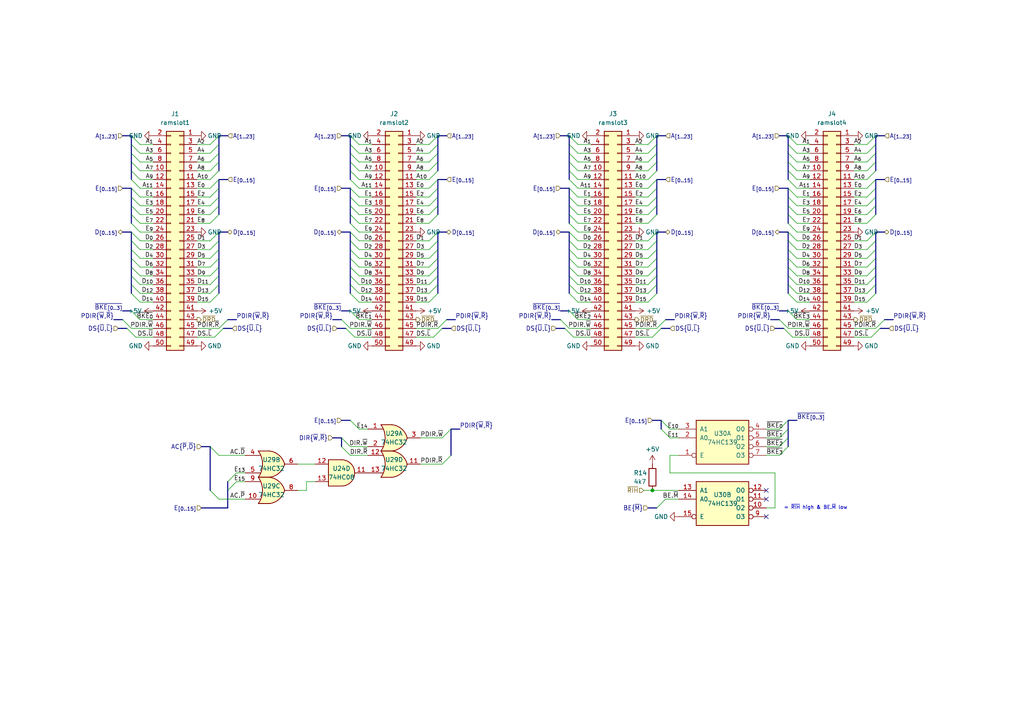
<source format=kicad_sch>
(kicad_sch (version 20250114) (generator "eeschema") (generator_version "9.0")
  (paper "A4")
  (text "= ~{RIH} high & BE.~{M} low" (at 227.33 147.32 0) (effects (font (size 1.016 1.016)) (justify left)))
  (junction (at 189.23 142.24))
  (no_connect (at 222.25 144.78))
  (no_connect (at 222.25 149.86))
  (no_connect (at 222.25 142.24))
  (bus_entry (at 60.96 59.69) (size 2.54 -2.54))
  (bus_entry (at 231.14 82.55) (size -2.54 -2.54))
  (bus_entry (at 251.46 64.77) (size 2.54 -2.54))
  (bus_entry (at 167.64 62.23) (size -2.54 -2.54))
  (bus_entry (at 104.14 92.71) (size -2.54 -2.54))
  (bus_entry (at 251.46 46.99) (size 2.54 -2.54))
  (bus_entry (at 167.64 80.01) (size -2.54 -2.54))
  (bus_entry (at 104.14 77.47) (size -2.54 -2.54))
  (bus_entry (at 231.14 72.39) (size -2.54 -2.54))
  (bus_entry (at 251.46 54.61) (size 2.54 -2.54))
  (bus_entry (at 255.27 95.25) (size -2.54 2.54))
  (bus_entry (at 128.27 134.62) (size 2.54 -2.54))
  (bus_entry (at 124.46 87.63) (size 2.54 -2.54))
  (bus_entry (at 40.64 52.07) (size -2.54 -2.54))
  (bus_entry (at 40.64 72.39) (size -2.54 -2.54))
  (bus_entry (at 40.64 82.55) (size -2.54 -2.54))
  (bus_entry (at 231.14 92.71) (size -2.54 -2.54))
  (bus_entry (at 167.64 87.63) (size -2.54 -2.54))
  (bus_entry (at 228.6 95.25) (size -2.54 -2.54))
  (bus_entry (at 60.96 41.91) (size 2.54 -2.54))
  (bus_entry (at 60.96 52.07) (size 2.54 -2.54))
  (bus_entry (at 64.77 95.25) (size -2.54 2.54))
  (bus_entry (at 104.14 74.93) (size -2.54 -2.54))
  (bus_entry (at 63.5 95.25) (size 2.54 -2.54))
  (bus_entry (at 231.14 77.47) (size -2.54 -2.54))
  (bus_entry (at 40.64 64.77) (size -2.54 -2.54))
  (bus_entry (at 187.96 44.45) (size 2.54 -2.54))
  (bus_entry (at 40.64 69.85) (size -2.54 -2.54))
  (bus_entry (at 231.14 74.93) (size -2.54 -2.54))
  (bus_entry (at 124.46 80.01) (size 2.54 -2.54))
  (bus_entry (at 104.14 62.23) (size -2.54 -2.54))
  (bus_entry (at 167.64 64.77) (size -2.54 -2.54))
  (bus_entry (at 187.96 62.23) (size 2.54 -2.54))
  (bus_entry (at 251.46 62.23) (size 2.54 -2.54))
  (bus_entry (at 187.96 85.09) (size 2.54 -2.54))
  (bus_entry (at 231.14 87.63) (size -2.54 -2.54))
  (bus_entry (at 40.64 87.63) (size -2.54 -2.54))
  (bus_entry (at 124.46 85.09) (size 2.54 -2.54))
  (bus_entry (at 104.14 67.31) (size -2.54 -2.54))
  (bus_entry (at 231.14 46.99) (size -2.54 -2.54))
  (bus_entry (at 40.64 57.15) (size -2.54 -2.54))
  (bus_entry (at 167.64 57.15) (size -2.54 -2.54))
  (bus_entry (at 40.64 74.93) (size -2.54 -2.54))
  (bus_entry (at 124.46 46.99) (size 2.54 -2.54))
  (bus_entry (at 167.64 72.39) (size -2.54 -2.54))
  (bus_entry (at 187.96 49.53) (size 2.54 -2.54))
  (bus_entry (at 128.27 127) (size 2.54 -2.54))
  (bus_entry (at 124.46 54.61) (size 2.54 -2.54))
  (bus_entry (at 40.64 44.45) (size -2.54 -2.54))
  (bus_entry (at 251.46 49.53) (size 2.54 -2.54))
  (bus_entry (at 167.64 77.47) (size -2.54 -2.54))
  (bus_entry (at 251.46 72.39) (size 2.54 -2.54))
  (bus_entry (at 124.46 57.15) (size 2.54 -2.54))
  (bus_entry (at 251.46 85.09) (size 2.54 -2.54))
  (bus_entry (at 167.64 49.53) (size -2.54 -2.54))
  (bus_entry (at 104.14 80.01) (size -2.54 -2.54))
  (bus_entry (at 104.14 57.15) (size -2.54 -2.54))
  (bus_entry (at 124.46 49.53) (size 2.54 -2.54))
  (bus_entry (at 60.96 77.47) (size 2.54 -2.54))
  (bus_entry (at 187.96 52.07) (size 2.54 -2.54))
  (bus_entry (at 104.14 52.07) (size -2.54 -2.54))
  (bus_entry (at 104.14 69.85) (size -2.54 -2.54))
  (bus_entry (at 231.14 54.61) (size -2.54 -2.54))
  (bus_entry (at 104.14 44.45) (size -2.54 -2.54))
  (bus_entry (at 227.33 95.25) (size 2.54 2.54))
  (bus_entry (at 101.6 95.25) (size -2.54 -2.54))
  (bus_entry (at 187.96 41.91) (size 2.54 -2.54))
  (bus_entry (at 60.96 64.77) (size 2.54 -2.54))
  (bus_entry (at 128.27 95.25) (size -2.54 2.54))
  (bus_entry (at 231.14 49.53) (size -2.54 -2.54))
  (bus_entry (at 100.33 95.25) (size 2.54 2.54))
  (bus_entry (at 187.96 77.47) (size 2.54 -2.54))
  (bus_entry (at 231.14 62.23) (size -2.54 -2.54))
  (bus_entry (at 231.14 80.01) (size -2.54 -2.54))
  (bus_entry (at 124.46 69.85) (size 2.54 -2.54))
  (bus_entry (at 167.64 46.99) (size -2.54 -2.54))
  (bus_entry (at 60.96 85.09) (size 2.54 -2.54))
  (bus_entry (at 187.96 69.85) (size 2.54 -2.54))
  (bus_entry (at 124.46 64.77) (size 2.54 -2.54))
  (bus_entry (at 104.14 82.55) (size -2.54 -2.54))
  (bus_entry (at 191.77 95.25) (size -2.54 2.54))
  (bus_entry (at 101.6 129.54) (size -2.54 -2.54))
  (bus_entry (at 251.46 44.45) (size 2.54 -2.54))
  (bus_entry (at 40.64 85.09) (size -2.54 -2.54))
  (bus_entry (at 60.96 87.63) (size 2.54 -2.54))
  (bus_entry (at 251.46 87.63) (size 2.54 -2.54))
  (bus_entry (at 60.96 57.15) (size 2.54 -2.54))
  (bus_entry (at 127 95.25) (size 2.54 -2.54))
  (bus_entry (at 104.14 64.77) (size -2.54 -2.54))
  (bus_entry (at 251.46 80.01) (size 2.54 -2.54))
  (bus_entry (at 104.14 85.09) (size -2.54 -2.54))
  (bus_entry (at 124.46 72.39) (size 2.54 -2.54))
  (bus_entry (at 167.64 59.69) (size -2.54 -2.54))
  (bus_entry (at 40.64 67.31) (size -2.54 -2.54))
  (bus_entry (at 187.96 82.55) (size 2.54 -2.54))
  (bus_entry (at 124.46 77.47) (size 2.54 -2.54))
  (bus_entry (at 231.14 57.15) (size -2.54 -2.54))
  (bus_entry (at 187.96 46.99) (size 2.54 -2.54))
  (bus_entry (at 124.46 62.23) (size 2.54 -2.54))
  (bus_entry (at 104.14 124.46) (size -2.54 -2.54))
  (bus_entry (at 124.46 44.45) (size 2.54 -2.54))
  (bus_entry (at 60.96 54.61) (size 2.54 -2.54))
  (bus_entry (at 40.64 41.91) (size -2.54 -2.54))
  (bus_entry (at 231.14 64.77) (size -2.54 -2.54))
  (bus_entry (at 167.64 44.45) (size -2.54 -2.54))
  (bus_entry (at 124.46 41.91) (size 2.54 -2.54))
  (bus_entry (at 251.46 69.85) (size 2.54 -2.54))
  (bus_entry (at 187.96 59.69) (size 2.54 -2.54))
  (bus_entry (at 231.14 85.09) (size -2.54 -2.54))
  (bus_entry (at 231.14 44.45) (size -2.54 -2.54))
  (bus_entry (at 60.96 46.99) (size 2.54 -2.54))
  (bus_entry (at 60.96 62.23) (size 2.54 -2.54))
  (bus_entry (at 124.46 52.07) (size 2.54 -2.54))
  (bus_entry (at 167.64 82.55) (size -2.54 -2.54))
  (bus_entry (at 190.5 95.25) (size 2.54 -2.54))
  (bus_entry (at 187.96 74.93) (size 2.54 -2.54))
  (bus_entry (at 231.14 41.91) (size -2.54 -2.54))
  (bus_entry (at 251.46 52.07) (size 2.54 -2.54))
  (bus_entry (at 40.64 49.53) (size -2.54 -2.54))
  (bus_entry (at 38.1 95.25) (size -2.54 -2.54))
  (bus_entry (at 40.64 92.71) (size -2.54 -2.54))
  (bus_entry (at 124.46 74.93) (size 2.54 -2.54))
  (bus_entry (at 226.06 124.46) (size 2.54 -2.54))
  (bus_entry (at 167.64 54.61) (size -2.54 -2.54))
  (bus_entry (at 251.46 41.91) (size 2.54 -2.54))
  (bus_entry (at 226.06 127) (size 2.54 -2.54))
  (bus_entry (at 104.14 49.53) (size -2.54 -2.54))
  (bus_entry (at 251.46 59.69) (size 2.54 -2.54))
  (bus_entry (at 167.64 67.31) (size -2.54 -2.54))
  (bus_entry (at 40.64 77.47) (size -2.54 -2.54))
  (bus_entry (at 194.31 124.46) (size -2.54 -2.54))
  (bus_entry (at 60.96 72.39) (size 2.54 -2.54))
  (bus_entry (at 36.83 95.25) (size 2.54 2.54))
  (bus_entry (at 165.1 95.25) (size -2.54 -2.54))
  (bus_entry (at 60.96 74.93) (size 2.54 -2.54))
  (bus_entry (at 226.06 129.54) (size 2.54 -2.54))
  (bus_entry (at 40.64 46.99) (size -2.54 -2.54))
  (bus_entry (at 63.5 144.78) (size -2.54 -2.54))
  (bus_entry (at 101.6 132.08) (size -2.54 -2.54))
  (bus_entry (at 251.46 77.47) (size 2.54 -2.54))
  (bus_entry (at 193.04 144.78) (size -2.54 2.54))
  (bus_entry (at 187.96 72.39) (size 2.54 -2.54))
  (bus_entry (at 63.5 132.08) (size -2.54 -2.54))
  (bus_entry (at 104.14 54.61) (size -2.54 -2.54))
  (bus_entry (at 124.46 59.69) (size 2.54 -2.54))
  (bus_entry (at 60.96 49.53) (size 2.54 -2.54))
  (bus_entry (at 104.14 41.91) (size -2.54 -2.54))
  (bus_entry (at 231.14 67.31) (size -2.54 -2.54))
  (bus_entry (at 124.46 82.55) (size 2.54 -2.54))
  (bus_entry (at 40.64 59.69) (size -2.54 -2.54))
  (bus_entry (at 231.14 69.85) (size -2.54 -2.54))
  (bus_entry (at 104.14 59.69) (size -2.54 -2.54))
  (bus_entry (at 40.64 62.23) (size -2.54 -2.54))
  (bus_entry (at 40.64 80.01) (size -2.54 -2.54))
  (bus_entry (at 251.46 57.15) (size 2.54 -2.54))
  (bus_entry (at 187.96 54.61) (size 2.54 -2.54))
  (bus_entry (at 194.31 127) (size -2.54 -2.54))
  (bus_entry (at 187.96 57.15) (size 2.54 -2.54))
  (bus_entry (at 231.14 59.69) (size -2.54 -2.54))
  (bus_entry (at 60.96 69.85) (size 2.54 -2.54))
  (bus_entry (at 60.96 82.55) (size 2.54 -2.54))
  (bus_entry (at 167.64 69.85) (size -2.54 -2.54))
  (bus_entry (at 167.64 92.71) (size -2.54 -2.54))
  (bus_entry (at 167.64 41.91) (size -2.54 -2.54))
  (bus_entry (at 104.14 46.99) (size -2.54 -2.54))
  (bus_entry (at 167.64 52.07) (size -2.54 -2.54))
  (bus_entry (at 254 95.25) (size 2.54 -2.54))
  (bus_entry (at 187.96 80.01) (size 2.54 -2.54))
  (bus_entry (at 167.64 85.09) (size -2.54 -2.54))
  (bus_entry (at 167.64 74.93) (size -2.54 -2.54))
  (bus_entry (at 226.06 132.08) (size 2.54 -2.54))
  (bus_entry (at 251.46 74.93) (size 2.54 -2.54))
  (bus_entry (at 187.96 87.63) (size 2.54 -2.54))
  (bus_entry (at 40.64 54.61) (size -2.54 -2.54))
  (bus_entry (at 163.83 95.25) (size 2.54 2.54))
  (bus_entry (at 68.58 137.16) (size -2.54 2.54))
  (bus_entry (at 251.46 82.55) (size 2.54 -2.54))
  (bus_entry (at 60.96 80.01) (size 2.54 -2.54))
  (bus_entry (at 104.14 72.39) (size -2.54 -2.54))
  (bus_entry (at 104.14 87.63) (size -2.54 -2.54))
  (bus_entry (at 187.96 64.77) (size 2.54 -2.54))
  (bus_entry (at 68.58 139.7) (size -2.54 2.54))
  (bus_entry (at 231.14 52.07) (size -2.54 -2.54))
  (bus_entry (at 60.96 44.45) (size 2.54 -2.54))
  (bus (pts (xy 130.81 124.46) (xy 130.81 132.08)))
  (wire (pts (xy 247.65 82.55) (xy 251.46 82.55)))
  (bus (pts (xy 96.52 127) (xy 99.06 127)))
  (bus (pts (xy 38.1 67.31) (xy 35.56 67.31)))
  (bus (pts (xy 38.1 44.45) (xy 38.1 46.99)))
  (wire (pts (xy 57.15 44.45) (xy 60.96 44.45)))
  (wire (pts (xy 107.95 92.71) (xy 104.14 92.71)))
  (bus (pts (xy 228.6 69.85) (xy 228.6 72.39)))
  (bus (pts (xy 165.1 44.45) (xy 165.1 46.99)))
  (wire (pts (xy 57.15 72.39) (xy 60.96 72.39)))
  (bus (pts (xy 224.79 95.25) (xy 227.33 95.25)))
  (wire (pts (xy 234.95 64.77) (xy 231.14 64.77)))
  (wire (pts (xy 44.45 82.55) (xy 40.64 82.55)))
  (wire (pts (xy 196.85 127) (xy 194.31 127)))
  (wire (pts (xy 234.95 87.63) (xy 231.14 87.63)))
  (wire (pts (xy 252.73 97.79) (xy 247.65 97.79)))
  (wire (pts (xy 57.15 59.69) (xy 60.96 59.69)))
  (wire (pts (xy 234.95 74.93) (xy 231.14 74.93)))
  (wire (pts (xy 107.95 87.63) (xy 104.14 87.63)))
  (bus (pts (xy 127 57.15) (xy 127 54.61)))
  (bus (pts (xy 165.1 62.23) (xy 165.1 64.77)))
  (bus (pts (xy 101.6 59.69) (xy 101.6 62.23)))
  (wire (pts (xy 88.9 142.24) (xy 88.9 139.7)))
  (bus (pts (xy 165.1 59.69) (xy 165.1 62.23)))
  (bus (pts (xy 254 41.91) (xy 254 39.37)))
  (wire (pts (xy 57.15 74.93) (xy 60.96 74.93)))
  (wire (pts (xy 171.45 82.55) (xy 167.64 82.55)))
  (bus (pts (xy 63.5 80.01) (xy 63.5 82.55)))
  (wire (pts (xy 171.45 41.91) (xy 167.64 41.91)))
  (wire (pts (xy 106.68 129.54) (xy 101.6 129.54)))
  (wire (pts (xy 247.65 46.99) (xy 251.46 46.99)))
  (bus (pts (xy 99.06 90.17) (xy 101.6 90.17)))
  (bus (pts (xy 194.31 95.25) (xy 191.77 95.25)))
  (wire (pts (xy 234.95 95.25) (xy 228.6 95.25)))
  (bus (pts (xy 190.5 54.61) (xy 190.5 52.07)))
  (wire (pts (xy 184.15 41.91) (xy 187.96 41.91)))
  (bus (pts (xy 190.5 41.91) (xy 190.5 39.37)))
  (bus (pts (xy 226.06 54.61) (xy 228.6 54.61)))
  (wire (pts (xy 44.45 49.53) (xy 40.64 49.53)))
  (bus (pts (xy 190.5 82.55) (xy 190.5 85.09)))
  (wire (pts (xy 222.25 132.08) (xy 226.06 132.08)))
  (bus (pts (xy 127 44.45) (xy 127 41.91)))
  (bus (pts (xy 259.08 92.71) (xy 256.54 92.71)))
  (bus (pts (xy 101.6 54.61) (xy 101.6 57.15)))
  (wire (pts (xy 234.95 69.85) (xy 231.14 69.85)))
  (wire (pts (xy 247.65 74.93) (xy 251.46 74.93)))
  (wire (pts (xy 107.95 85.09) (xy 104.14 85.09)))
  (wire (pts (xy 171.45 52.07) (xy 167.64 52.07)))
  (bus (pts (xy 190.5 59.69) (xy 190.5 57.15)))
  (wire (pts (xy 247.65 49.53) (xy 251.46 49.53)))
  (wire (pts (xy 184.15 64.77) (xy 187.96 64.77)))
  (wire (pts (xy 184.15 59.69) (xy 187.96 59.69)))
  (wire (pts (xy 57.15 95.25) (xy 63.5 95.25)))
  (bus (pts (xy 127 49.53) (xy 127 46.99)))
  (bus (pts (xy 254 82.55) (xy 254 85.09)))
  (bus (pts (xy 35.56 54.61) (xy 38.1 54.61)))
  (wire (pts (xy 44.45 52.07) (xy 40.64 52.07)))
  (wire (pts (xy 222.25 129.54) (xy 226.06 129.54)))
  (wire (pts (xy 120.65 85.09) (xy 124.46 85.09)))
  (wire (pts (xy 234.95 82.55) (xy 231.14 82.55)))
  (wire (pts (xy 247.65 59.69) (xy 251.46 59.69)))
  (bus (pts (xy 101.6 41.91) (xy 101.6 44.45)))
  (wire (pts (xy 44.45 69.85) (xy 40.64 69.85)))
  (bus (pts (xy 66.04 142.24) (xy 66.04 147.32)))
  (bus (pts (xy 38.1 80.01) (xy 38.1 82.55)))
  (bus (pts (xy 228.6 54.61) (xy 228.6 57.15)))
  (wire (pts (xy 120.65 57.15) (xy 124.46 57.15)))
  (wire (pts (xy 120.65 62.23) (xy 124.46 62.23)))
  (wire (pts (xy 184.15 82.55) (xy 187.96 82.55)))
  (bus (pts (xy 129.54 52.07) (xy 127 52.07)))
  (wire (pts (xy 86.36 142.24) (xy 88.9 142.24)))
  (wire (pts (xy 196.85 124.46) (xy 194.31 124.46)))
  (wire (pts (xy 184.15 49.53) (xy 187.96 49.53)))
  (bus (pts (xy 190.5 44.45) (xy 190.5 41.91)))
  (wire (pts (xy 57.15 80.01) (xy 60.96 80.01)))
  (wire (pts (xy 171.45 95.25) (xy 165.1 95.25)))
  (bus (pts (xy 254 49.53) (xy 254 46.99)))
  (wire (pts (xy 120.65 95.25) (xy 127 95.25)))
  (wire (pts (xy 44.45 59.69) (xy 40.64 59.69)))
  (bus (pts (xy 127 77.47) (xy 127 80.01)))
  (bus (pts (xy 101.6 57.15) (xy 101.6 59.69)))
  (wire (pts (xy 120.65 52.07) (xy 124.46 52.07)))
  (bus (pts (xy 160.02 92.71) (xy 162.56 92.71)))
  (bus (pts (xy 190.5 74.93) (xy 190.5 77.47)))
  (wire (pts (xy 57.15 85.09) (xy 60.96 85.09)))
  (bus (pts (xy 63.5 82.55) (xy 63.5 85.09)))
  (wire (pts (xy 166.37 97.79) (xy 171.45 97.79)))
  (bus (pts (xy 162.56 39.37) (xy 165.1 39.37)))
  (bus (pts (xy 254 57.15) (xy 254 54.61)))
  (bus (pts (xy 189.23 121.92) (xy 191.77 121.92)))
  (wire (pts (xy 171.45 74.93) (xy 167.64 74.93)))
  (bus (pts (xy 187.96 147.32) (xy 190.5 147.32)))
  (wire (pts (xy 120.65 54.61) (xy 124.46 54.61)))
  (bus (pts (xy 38.1 59.69) (xy 38.1 62.23)))
  (bus (pts (xy 127 80.01) (xy 127 82.55)))
  (bus (pts (xy 99.06 127) (xy 99.06 129.54)))
  (bus (pts (xy 228.6 49.53) (xy 228.6 52.07)))
  (bus (pts (xy 63.5 77.47) (xy 63.5 80.01)))
  (wire (pts (xy 57.15 77.47) (xy 60.96 77.47)))
  (bus (pts (xy 63.5 67.31) (xy 66.04 67.31)))
  (bus (pts (xy 99.06 39.37) (xy 101.6 39.37)))
  (wire (pts (xy 184.15 74.93) (xy 187.96 74.93)))
  (wire (pts (xy 71.12 144.78) (xy 63.5 144.78)))
  (wire (pts (xy 107.95 59.69) (xy 104.14 59.69)))
  (wire (pts (xy 229.87 97.79) (xy 234.95 97.79)))
  (wire (pts (xy 121.92 127) (xy 128.27 127)))
  (bus (pts (xy 60.96 142.24) (xy 60.96 129.54)))
  (wire (pts (xy 171.45 54.61) (xy 167.64 54.61)))
  (wire (pts (xy 44.45 80.01) (xy 40.64 80.01)))
  (bus (pts (xy 162.56 90.17) (xy 165.1 90.17)))
  (bus (pts (xy 101.6 49.53) (xy 101.6 52.07)))
  (bus (pts (xy 38.1 49.53) (xy 38.1 52.07)))
  (bus (pts (xy 101.6 67.31) (xy 99.06 67.31)))
  (wire (pts (xy 184.15 72.39) (xy 187.96 72.39)))
  (bus (pts (xy 101.6 46.99) (xy 101.6 49.53)))
  (wire (pts (xy 107.95 44.45) (xy 104.14 44.45)))
  (wire (pts (xy 57.15 57.15) (xy 60.96 57.15)))
  (wire (pts (xy 171.45 49.53) (xy 167.64 49.53)))
  (bus (pts (xy 101.6 41.91) (xy 101.6 39.37)))
  (wire (pts (xy 247.65 41.91) (xy 251.46 41.91)))
  (bus (pts (xy 34.29 95.25) (xy 36.83 95.25)))
  (bus (pts (xy 228.6 46.99) (xy 228.6 49.53)))
  (wire (pts (xy 171.45 44.45) (xy 167.64 44.45)))
  (wire (pts (xy 189.23 142.24) (xy 196.85 142.24)))
  (bus (pts (xy 127 62.23) (xy 127 59.69)))
  (wire (pts (xy 44.45 64.77) (xy 40.64 64.77)))
  (bus (pts (xy 165.1 67.31) (xy 165.1 69.85)))
  (wire (pts (xy 107.95 54.61) (xy 104.14 54.61)))
  (wire (pts (xy 88.9 139.7) (xy 91.44 139.7)))
  (bus (pts (xy 38.1 82.55) (xy 38.1 85.09)))
  (bus (pts (xy 38.1 69.85) (xy 38.1 72.39)))
  (wire (pts (xy 234.95 57.15) (xy 231.14 57.15)))
  (wire (pts (xy 107.95 74.93) (xy 104.14 74.93)))
  (bus (pts (xy 223.52 92.71) (xy 226.06 92.71)))
  (bus (pts (xy 190.5 69.85) (xy 190.5 72.39)))
  (wire (pts (xy 171.45 87.63) (xy 167.64 87.63)))
  (bus (pts (xy 63.5 67.31) (xy 63.5 69.85)))
  (bus (pts (xy 161.29 95.25) (xy 163.83 95.25)))
  (wire (pts (xy 120.65 59.69) (xy 124.46 59.69)))
  (wire (pts (xy 44.45 46.99) (xy 40.64 46.99)))
  (bus (pts (xy 63.5 39.37) (xy 66.04 39.37)))
  (wire (pts (xy 184.15 46.99) (xy 187.96 46.99)))
  (wire (pts (xy 222.25 124.46) (xy 226.06 124.46)))
  (wire (pts (xy 120.65 69.85) (xy 124.46 69.85)))
  (bus (pts (xy 231.14 121.92) (xy 228.6 121.92)))
  (wire (pts (xy 120.65 72.39) (xy 124.46 72.39)))
  (wire (pts (xy 57.15 46.99) (xy 60.96 46.99)))
  (bus (pts (xy 101.6 74.93) (xy 101.6 77.47)))
  (wire (pts (xy 107.95 64.77) (xy 104.14 64.77)))
  (bus (pts (xy 101.6 67.31) (xy 101.6 69.85)))
  (bus (pts (xy 254 74.93) (xy 254 77.47)))
  (wire (pts (xy 44.45 74.93) (xy 40.64 74.93)))
  (wire (pts (xy 247.65 57.15) (xy 251.46 57.15)))
  (wire (pts (xy 247.65 54.61) (xy 251.46 54.61)))
  (bus (pts (xy 254 72.39) (xy 254 74.93)))
  (bus (pts (xy 96.52 92.71) (xy 99.06 92.71)))
  (wire (pts (xy 44.45 77.47) (xy 40.64 77.47)))
  (wire (pts (xy 234.95 54.61) (xy 231.14 54.61)))
  (wire (pts (xy 71.12 132.08) (xy 63.5 132.08)))
  (bus (pts (xy 63.5 74.93) (xy 63.5 77.47)))
  (bus (pts (xy 101.6 77.47) (xy 101.6 80.01)))
  (wire (pts (xy 57.15 87.63) (xy 60.96 87.63)))
  (bus (pts (xy 190.5 62.23) (xy 190.5 59.69)))
  (wire (pts (xy 120.65 64.77) (xy 124.46 64.77)))
  (bus (pts (xy 63.5 41.91) (xy 63.5 39.37)))
  (bus (pts (xy 127 69.85) (xy 127 72.39)))
  (bus (pts (xy 127 41.91) (xy 127 39.37)))
  (bus (pts (xy 254 80.01) (xy 254 82.55)))
  (bus (pts (xy 99.06 121.92) (xy 101.6 121.92)))
  (wire (pts (xy 44.45 95.25) (xy 38.1 95.25)))
  (bus (pts (xy 226.06 39.37) (xy 228.6 39.37)))
  (wire (pts (xy 107.95 49.53) (xy 104.14 49.53)))
  (wire (pts (xy 234.95 67.31) (xy 231.14 67.31)))
  (wire (pts (xy 247.65 72.39) (xy 251.46 72.39)))
  (wire (pts (xy 125.73 97.79) (xy 120.65 97.79)))
  (bus (pts (xy 228.6 41.91) (xy 228.6 39.37)))
  (bus (pts (xy 58.42 129.54) (xy 60.96 129.54)))
  (wire (pts (xy 57.15 82.55) (xy 60.96 82.55)))
  (bus (pts (xy 130.81 95.25) (xy 128.27 95.25)))
  (wire (pts (xy 222.25 127) (xy 226.06 127)))
  (wire (pts (xy 234.95 49.53) (xy 231.14 49.53)))
  (bus (pts (xy 127 67.31) (xy 129.54 67.31)))
  (bus (pts (xy 38.1 54.61) (xy 38.1 57.15)))
  (bus (pts (xy 99.06 54.61) (xy 101.6 54.61)))
  (bus (pts (xy 254 39.37) (xy 256.54 39.37)))
  (bus (pts (xy 228.6 57.15) (xy 228.6 59.69)))
  (wire (pts (xy 184.15 52.07) (xy 187.96 52.07)))
  (wire (pts (xy 224.79 137.16) (xy 194.31 137.16)))
  (wire (pts (xy 106.68 132.08) (xy 101.6 132.08)))
  (wire (pts (xy 184.15 57.15) (xy 187.96 57.15)))
  (bus (pts (xy 195.58 92.71) (xy 193.04 92.71)))
  (wire (pts (xy 234.95 46.99) (xy 231.14 46.99)))
  (wire (pts (xy 234.95 59.69) (xy 231.14 59.69)))
  (wire (pts (xy 44.45 54.61) (xy 40.64 54.61)))
  (wire (pts (xy 44.45 92.71) (xy 40.64 92.71)))
  (wire (pts (xy 247.65 85.09) (xy 251.46 85.09)))
  (wire (pts (xy 184.15 62.23) (xy 187.96 62.23)))
  (wire (pts (xy 44.45 57.15) (xy 40.64 57.15)))
  (wire (pts (xy 194.31 137.16) (xy 194.31 132.08)))
  (wire (pts (xy 44.45 67.31) (xy 40.64 67.31)))
  (bus (pts (xy 68.58 92.71) (xy 66.04 92.71)))
  (bus (pts (xy 193.04 52.07) (xy 190.5 52.07)))
  (bus (pts (xy 63.5 46.99) (xy 63.5 44.45)))
  (wire (pts (xy 107.95 80.01) (xy 104.14 80.01)))
  (bus (pts (xy 165.1 67.31) (xy 162.56 67.31)))
  (wire (pts (xy 171.45 64.77) (xy 167.64 64.77)))
  (wire (pts (xy 184.15 54.61) (xy 187.96 54.61)))
  (wire (pts (xy 247.65 87.63) (xy 251.46 87.63)))
  (wire (pts (xy 120.65 49.53) (xy 124.46 49.53)))
  (bus (pts (xy 38.1 41.91) (xy 38.1 44.45)))
  (wire (pts (xy 107.95 52.07) (xy 104.14 52.07)))
  (wire (pts (xy 234.95 62.23) (xy 231.14 62.23)))
  (wire (pts (xy 120.65 82.55) (xy 124.46 82.55)))
  (bus (pts (xy 63.5 59.69) (xy 63.5 57.15)))
  (bus (pts (xy 127 39.37) (xy 129.54 39.37)))
  (bus (pts (xy 162.56 54.61) (xy 165.1 54.61)))
  (bus (pts (xy 101.6 62.23) (xy 101.6 64.77)))
  (wire (pts (xy 171.45 72.39) (xy 167.64 72.39)))
  (bus (pts (xy 190.5 57.15) (xy 190.5 54.61)))
  (wire (pts (xy 189.23 97.79) (xy 184.15 97.79)))
  (wire (pts (xy 57.15 62.23) (xy 60.96 62.23)))
  (wire (pts (xy 247.65 64.77) (xy 251.46 64.77)))
  (wire (pts (xy 107.95 82.55) (xy 104.14 82.55)))
  (bus (pts (xy 165.1 54.61) (xy 165.1 57.15)))
  (bus (pts (xy 254 69.85) (xy 254 72.39)))
  (bus (pts (xy 101.6 80.01) (xy 101.6 82.55)))
  (bus (pts (xy 127 72.39) (xy 127 74.93)))
  (bus (pts (xy 190.5 67.31) (xy 190.5 69.85)))
  (bus (pts (xy 66.04 139.7) (xy 66.04 142.24)))
  (wire (pts (xy 184.15 85.09) (xy 187.96 85.09)))
  (wire (pts (xy 247.65 44.45) (xy 251.46 44.45)))
  (wire (pts (xy 171.45 57.15) (xy 167.64 57.15)))
  (bus (pts (xy 101.6 69.85) (xy 101.6 72.39)))
  (wire (pts (xy 171.45 59.69) (xy 167.64 59.69)))
  (wire (pts (xy 247.65 52.07) (xy 251.46 52.07)))
  (bus (pts (xy 127 74.93) (xy 127 77.47)))
  (bus (pts (xy 254 46.99) (xy 254 44.45)))
  (wire (pts (xy 107.95 77.47) (xy 104.14 77.47)))
  (wire (pts (xy 247.65 80.01) (xy 251.46 80.01)))
  (bus (pts (xy 254 67.31) (xy 254 69.85)))
  (bus (pts (xy 228.6 67.31) (xy 226.06 67.31)))
  (wire (pts (xy 171.45 92.71) (xy 167.64 92.71)))
  (bus (pts (xy 228.6 62.23) (xy 228.6 64.77)))
  (wire (pts (xy 247.65 77.47) (xy 251.46 77.47)))
  (bus (pts (xy 63.5 62.23) (xy 63.5 59.69)))
  (bus (pts (xy 101.6 44.45) (xy 101.6 46.99)))
  (bus (pts (xy 190.5 77.47) (xy 190.5 80.01)))
  (bus (pts (xy 254 59.69) (xy 254 57.15)))
  (wire (pts (xy 120.65 87.63) (xy 124.46 87.63)))
  (bus (pts (xy 101.6 72.39) (xy 101.6 74.93)))
  (bus (pts (xy 38.1 67.31) (xy 38.1 69.85)))
  (bus (pts (xy 228.6 127) (xy 228.6 129.54)))
  (wire (pts (xy 86.36 134.62) (xy 91.44 134.62)))
  (bus (pts (xy 63.5 54.61) (xy 63.5 52.07)))
  (wire (pts (xy 171.45 80.01) (xy 167.64 80.01)))
  (bus (pts (xy 165.1 49.53) (xy 165.1 52.07)))
  (bus (pts (xy 257.81 95.25) (xy 255.27 95.25)))
  (bus (pts (xy 228.6 44.45) (xy 228.6 46.99)))
  (bus (pts (xy 190.5 49.53) (xy 190.5 46.99)))
  (bus (pts (xy 190.5 67.31) (xy 193.04 67.31)))
  (wire (pts (xy 106.68 124.46) (xy 104.14 124.46)))
  (bus (pts (xy 127 82.55) (xy 127 85.09)))
  (wire (pts (xy 234.95 85.09) (xy 231.14 85.09)))
  (bus (pts (xy 165.1 41.91) (xy 165.1 39.37)))
  (wire (pts (xy 171.45 77.47) (xy 167.64 77.47)))
  (bus (pts (xy 228.6 124.46) (xy 228.6 127)))
  (bus (pts (xy 228.6 72.39) (xy 228.6 74.93)))
  (wire (pts (xy 102.87 97.79) (xy 107.95 97.79)))
  (wire (pts (xy 224.79 147.32) (xy 224.79 137.16)))
  (bus (pts (xy 38.1 77.47) (xy 38.1 80.01)))
  (bus (pts (xy 190.5 72.39) (xy 190.5 74.93)))
  (bus (pts (xy 132.08 92.71) (xy 129.54 92.71)))
  (bus (pts (xy 254 67.31) (xy 256.54 67.31)))
  (bus (pts (xy 66.04 52.07) (xy 63.5 52.07)))
  (wire (pts (xy 184.15 87.63) (xy 187.96 87.63)))
  (bus (pts (xy 254 77.47) (xy 254 80.01)))
  (wire (pts (xy 171.45 62.23) (xy 167.64 62.23)))
  (wire (pts (xy 120.65 80.01) (xy 124.46 80.01)))
  (bus (pts (xy 256.54 52.07) (xy 254 52.07)))
  (bus (pts (xy 190.5 80.01) (xy 190.5 82.55)))
  (bus (pts (xy 228.6 82.55) (xy 228.6 85.09)))
  (wire (pts (xy 71.12 139.7) (xy 68.58 139.7)))
  (bus (pts (xy 165.1 46.99) (xy 165.1 49.53)))
  (wire (pts (xy 44.45 72.39) (xy 40.64 72.39)))
  (wire (pts (xy 171.45 46.99) (xy 167.64 46.99)))
  (wire (pts (xy 121.92 134.62) (xy 128.27 134.62)))
  (bus (pts (xy 58.42 147.32) (xy 66.04 147.32)))
  (wire (pts (xy 171.45 85.09) (xy 167.64 85.09)))
  (bus (pts (xy 127 46.99) (xy 127 44.45)))
  (bus (pts (xy 38.1 72.39) (xy 38.1 74.93)))
  (wire (pts (xy 57.15 52.07) (xy 60.96 52.07)))
  (wire (pts (xy 44.45 87.63) (xy 40.64 87.63)))
  (bus (pts (xy 165.1 82.55) (xy 165.1 85.09)))
  (bus (pts (xy 228.6 121.92) (xy 228.6 124.46)))
  (bus (pts (xy 127 59.69) (xy 127 57.15)))
  (bus (pts (xy 127 54.61) (xy 127 52.07)))
  (bus (pts (xy 190.5 46.99) (xy 190.5 44.45)))
  (bus (pts (xy 33.02 92.71) (xy 35.56 92.71)))
  (wire (pts (xy 171.45 69.85) (xy 167.64 69.85)))
  (bus (pts (xy 101.6 82.55) (xy 101.6 85.09)))
  (wire (pts (xy 120.65 46.99) (xy 124.46 46.99)))
  (bus (pts (xy 97.79 95.25) (xy 100.33 95.25)))
  (bus (pts (xy 165.1 41.91) (xy 165.1 44.45)))
  (wire (pts (xy 184.15 44.45) (xy 187.96 44.45)))
  (bus (pts (xy 165.1 74.93) (xy 165.1 77.47)))
  (wire (pts (xy 247.65 62.23) (xy 251.46 62.23)))
  (wire (pts (xy 247.65 95.25) (xy 254 95.25)))
  (bus (pts (xy 35.56 90.17) (xy 38.1 90.17)))
  (bus (pts (xy 228.6 59.69) (xy 228.6 62.23)))
  (bus (pts (xy 165.1 72.39) (xy 165.1 74.93)))
  (wire (pts (xy 184.15 69.85) (xy 187.96 69.85)))
  (bus (pts (xy 63.5 49.53) (xy 63.5 46.99)))
  (bus (pts (xy 38.1 46.99) (xy 38.1 49.53)))
  (bus (pts (xy 228.6 67.31) (xy 228.6 69.85)))
  (wire (pts (xy 107.95 62.23) (xy 104.14 62.23)))
  (wire (pts (xy 44.45 85.09) (xy 40.64 85.09)))
  (bus (pts (xy 63.5 44.45) (xy 63.5 41.91)))
  (wire (pts (xy 107.95 46.99) (xy 104.14 46.99)))
  (wire (pts (xy 39.37 97.79) (xy 44.45 97.79)))
  (bus (pts (xy 228.6 77.47) (xy 228.6 80.01)))
  (bus (pts (xy 165.1 77.47) (xy 165.1 80.01)))
  (bus (pts (xy 190.5 39.37) (xy 193.04 39.37)))
  (wire (pts (xy 234.95 41.91) (xy 231.14 41.91)))
  (bus (pts (xy 254 62.23) (xy 254 59.69)))
  (wire (pts (xy 171.45 67.31) (xy 167.64 67.31)))
  (wire (pts (xy 107.95 72.39) (xy 104.14 72.39)))
  (wire (pts (xy 107.95 95.25) (xy 101.6 95.25)))
  (wire (pts (xy 194.31 132.08) (xy 196.85 132.08)))
  (wire (pts (xy 107.95 57.15) (xy 104.14 57.15)))
  (wire (pts (xy 57.15 49.53) (xy 60.96 49.53)))
  (wire (pts (xy 107.95 67.31) (xy 104.14 67.31)))
  (wire (pts (xy 107.95 69.85) (xy 104.14 69.85)))
  (wire (pts (xy 57.15 41.91) (xy 60.96 41.91)))
  (wire (pts (xy 57.15 54.61) (xy 60.96 54.61)))
  (bus (pts (xy 226.06 90.17) (xy 228.6 90.17)))
  (wire (pts (xy 120.65 74.93) (xy 124.46 74.93)))
  (bus (pts (xy 165.1 69.85) (xy 165.1 72.39)))
  (bus (pts (xy 254 44.45) (xy 254 41.91)))
  (bus (pts (xy 63.5 72.39) (xy 63.5 74.93)))
  (wire (pts (xy 234.95 80.01) (xy 231.14 80.01)))
  (wire (pts (xy 234.95 72.39) (xy 231.14 72.39)))
  (wire (pts (xy 234.95 52.07) (xy 231.14 52.07)))
  (wire (pts (xy 186.69 142.24) (xy 189.23 142.24)))
  (wire (pts (xy 57.15 64.77) (xy 60.96 64.77)))
  (bus (pts (xy 165.1 80.01) (xy 165.1 82.55)))
  (wire (pts (xy 120.65 41.91) (xy 124.46 41.91)))
  (wire (pts (xy 184.15 80.01) (xy 187.96 80.01)))
  (bus (pts (xy 127 67.31) (xy 127 69.85)))
  (wire (pts (xy 44.45 62.23) (xy 40.64 62.23)))
  (wire (pts (xy 44.45 44.45) (xy 40.64 44.45)))
  (bus (pts (xy 165.1 57.15) (xy 165.1 59.69)))
  (wire (pts (xy 57.15 69.85) (xy 60.96 69.85)))
  (wire (pts (xy 120.65 44.45) (xy 124.46 44.45)))
  (bus (pts (xy 228.6 41.91) (xy 228.6 44.45)))
  (bus (pts (xy 133.35 124.46) (xy 130.81 124.46)))
  (wire (pts (xy 120.65 77.47) (xy 124.46 77.47)))
  (wire (pts (xy 184.15 77.47) (xy 187.96 77.47)))
  (bus (pts (xy 38.1 62.23) (xy 38.1 64.77)))
  (wire (pts (xy 234.95 44.45) (xy 231.14 44.45)))
  (wire (pts (xy 247.65 69.85) (xy 251.46 69.85)))
  (wire (pts (xy 107.95 41.91) (xy 104.14 41.91)))
  (wire (pts (xy 184.15 95.25) (xy 190.5 95.25)))
  (bus (pts (xy 228.6 74.93) (xy 228.6 77.47)))
  (wire (pts (xy 222.25 147.32) (xy 224.79 147.32)))
  (wire (pts (xy 71.12 137.16) (xy 68.58 137.16)))
  (bus (pts (xy 63.5 57.15) (xy 63.5 54.61)))
  (bus (pts (xy 63.5 69.85) (xy 63.5 72.39)))
  (wire (pts (xy 196.85 144.78) (xy 193.04 144.78)))
  (bus (pts (xy 38.1 74.93) (xy 38.1 77.47)))
  (wire (pts (xy 62.23 97.79) (xy 57.15 97.79)))
  (wire (pts (xy 234.95 77.47) (xy 231.14 77.47)))
  (wire (pts (xy 44.45 41.91) (xy 40.64 41.91)))
  (wire (pts (xy 234.95 92.71) (xy 231.14 92.71)))
  (bus (pts (xy 254 54.61) (xy 254 52.07)))
  (bus (pts (xy 38.1 41.91) (xy 38.1 39.37)))
  (bus (pts (xy 35.56 39.37) (xy 38.1 39.37)))
  (bus (pts (xy 67.31 95.25) (xy 64.77 95.25)))
  (bus (pts (xy 228.6 80.01) (xy 228.6 82.55)))
  (bus (pts (xy 38.1 57.15) (xy 38.1 59.69)))
  (bus (pts (xy 191.77 124.46) (xy 191.77 121.92)))
  (label "E_{9}" (at 107.95 67.31 180))
  (label "PDIR{~{W},~{R}}" (at 132.08 92.71 0))
  (label "A_{10}" (at 247.65 52.07 0))
  (label "PDIR{~{W},~{R}}" (at 68.58 92.71 0))
  (label "A_{1}" (at 234.95 41.91 180))
  (label "PDIR.~{W}" (at 44.45 95.25 180))
  (label "A_{9}" (at 171.45 52.07 180))
  (label "D_{7}" (at 120.65 77.47 0))
  (label "D_{12}" (at 234.95 85.09 180))
  (label "D_{7}" (at 57.15 77.47 0))
  (label "A_{10}" (at 184.15 52.07 0))
  (label "D_{5}" (at 184.15 74.93 0))
  (label "E_{4}" (at 184.15 59.69 0))
  (label "E_{3}" (at 44.45 59.69 180))
  (label "E_{5}" (at 234.95 62.23 180))
  (label "A_{3}" (at 234.95 44.45 180))
  (label "E_{8}" (at 184.15 64.77 0))
  (label "PDIR.~{W}" (at 171.45 95.25 180))
  (label "PDIR.~{R}" (at 121.92 134.62 0))
  (label "PDIR.~{R}" (at 184.15 95.25 0))
  (label "D_{12}" (at 107.95 85.09 180))
  (label "A_{11}" (at 107.95 54.61 180))
  (label "A_{8}" (at 57.15 49.53 0))
  (label "E_{4}" (at 247.65 59.69 0))
  (label "D_{11}" (at 247.65 82.55 0))
  (label "E_{6}" (at 247.65 62.23 0))
  (label "DIR.~{R}" (at 106.68 132.08 180))
  (label "E_{8}" (at 120.65 64.77 0))
  (label "D_{15}" (at 57.15 87.63 0))
  (label "E_{9}" (at 44.45 67.31 180))
  (label "D_{8}" (at 234.95 80.01 180))
  (label "D_{5}" (at 57.15 74.93 0))
  (label "A_{6}" (at 57.15 46.99 0))
  (label "D_{7}" (at 184.15 77.47 0))
  (label "E_{2}" (at 247.65 57.15 0))
  (label "D_{14}" (at 107.95 87.63 180))
  (label "~{BKE_{[0..3]}}" (at 35.56 90.17 180))
  (label "D_{0}" (at 107.95 69.85 180))
  (label "A_{7}" (at 44.45 49.53 180))
  (label "DIR.~{W}" (at 106.68 129.54 180))
  (label "D_{13}" (at 120.65 85.09 0))
  (label "D_{2}" (at 171.45 72.39 180))
  (label "D_{11}" (at 120.65 82.55 0))
  (label "D_{11}" (at 57.15 82.55 0))
  (label "A_{5}" (at 234.95 46.99 180))
  (label "D_{3}" (at 247.65 72.39 0))
  (label "A_{5}" (at 44.45 46.99 180))
  (label "~{BKE_{0}}" (at 44.45 92.71 180))
  (label "PDIR{~{W},~{R}}" (at 259.08 92.71 0))
  (label "A_{9}" (at 107.95 52.07 180))
  (label "A_{11}" (at 44.45 54.61 180))
  (label "D_{4}" (at 171.45 74.93 180))
  (label "~{BKE_{1}}" (at 222.25 127 0))
  (label "E_{0}" (at 57.15 54.61 0))
  (label "E_{15}" (at 71.12 139.7 180))
  (label "DS.~{L}" (at 184.15 97.79 0))
  (label "D_{8}" (at 44.45 80.01 180))
  (label "D_{13}" (at 184.15 85.09 0))
  (label "AC.~{D}" (at 71.12 132.08 180))
  (label "D_{2}" (at 107.95 72.39 180))
  (label "E_{4}" (at 57.15 59.69 0))
  (label "E_{6}" (at 184.15 62.23 0))
  (label "A_{2}" (at 57.15 41.91 0))
  (label "A_{8}" (at 120.65 49.53 0))
  (label "E_{11}" (at 196.85 127 180))
  (label "E_{7}" (at 234.95 64.77 180))
  (label "~{BKE_{3}}" (at 222.25 132.08 0))
  (label "~{BKE_{2}}" (at 222.25 129.54 0))
  (label "D_{9}" (at 120.65 80.01 0))
  (label "E_{4}" (at 120.65 59.69 0))
  (label "A_{7}" (at 107.95 49.53 180))
  (label "~{BKE_{1}}" (at 107.95 92.71 180))
  (label "E_{1}" (at 171.45 57.15 180))
  (label "PDIR{~{W},~{R}}" (at 33.02 92.71 180))
  (label "E_{0}" (at 247.65 54.61 0))
  (label "D_{10}" (at 44.45 82.55 180))
  (label "D_{14}" (at 171.45 87.63 180))
  (label "A_{7}" (at 234.95 49.53 180))
  (label "A_{7}" (at 171.45 49.53 180))
  (label "E_{1}" (at 234.95 57.15 180))
  (label "D_{8}" (at 171.45 80.01 180))
  (label "D_{14}" (at 44.45 87.63 180))
  (label "D_{11}" (at 184.15 82.55 0))
  (label "D_{15}" (at 247.65 87.63 0))
  (label "D_{13}" (at 247.65 85.09 0))
  (label "A_{6}" (at 184.15 46.99 0))
  (label "A_{4}" (at 57.15 44.45 0))
  (label "PDIR{~{W},~{R}}" (at 96.52 92.71 180))
  (label "E_{7}" (at 171.45 64.77 180))
  (label "~{BKE_{2}}" (at 171.45 92.71 180))
  (label "A_{10}" (at 57.15 52.07 0))
  (label "E_{5}" (at 171.45 62.23 180))
  (label "E_{7}" (at 44.45 64.77 180))
  (label "E_{3}" (at 171.45 59.69 180))
  (label "DS.~{U}" (at 234.95 97.79 180))
  (label "DS.~{U}" (at 44.45 97.79 180))
  (label "D_{1}" (at 184.15 69.85 0))
  (label "PDIR.~{W}" (at 107.95 95.25 180))
  (label "DS.~{U}" (at 171.45 97.79 180))
  (label "E_{8}" (at 57.15 64.77 0))
  (label "E_{14}" (at 106.68 124.46 180))
  (label "A_{3}" (at 171.45 44.45 180))
  (label "D_{2}" (at 234.95 72.39 180))
  (label "E_{5}" (at 44.45 62.23 180))
  (label "D_{6}" (at 234.95 77.47 180))
  (label "A_{1}" (at 107.95 41.91 180))
  (label "A_{11}" (at 234.95 54.61 180))
  (label "A_{3}" (at 107.95 44.45 180))
  (label "D_{3}" (at 120.65 72.39 0))
  (label "A_{6}" (at 120.65 46.99 0))
  (label "A_{1}" (at 171.45 41.91 180))
  (label "PDIR{~{W},~{R}}" (at 160.02 92.71 180))
  (label "E_{1}" (at 107.95 57.15 180))
  (label "PDIR{~{W},~{R}}" (at 195.58 92.71 0))
  (label "A_{9}" (at 44.45 52.07 180))
  (label "A_{9}" (at 234.95 52.07 180))
  (label "PDIR.~{R}" (at 247.65 95.25 0))
  (label "D_{12}" (at 44.45 85.09 180))
  (label "D_{1}" (at 247.65 69.85 0))
  (label "E_{5}" (at 107.95 62.23 180))
  (label "E_{8}" (at 247.65 64.77 0))
  (label "D_{3}" (at 57.15 72.39 0))
  (label "BE.~{M}" (at 196.85 144.78 180))
  (label "E_{9}" (at 234.95 67.31 180))
  (label "E_{0}" (at 120.65 54.61 0))
  (label "D_{15}" (at 120.65 87.63 0))
  (label "D_{10}" (at 234.95 82.55 180))
  (label "D_{5}" (at 247.65 74.93 0))
  (label "E_{13}" (at 71.12 137.16 180))
  (label "D_{14}" (at 234.95 87.63 180))
  (label "D_{15}" (at 184.15 87.63 0))
  (label "DS.~{L}" (at 120.65 97.79 0))
  (label "A_{2}" (at 247.65 41.91 0))
  (label "D_{12}" (at 171.45 85.09 180))
  (label "PDIR.~{W}" (at 234.95 95.25 180))
  (label "PDIR.~{R}" (at 57.15 95.25 0))
  (label "A_{4}" (at 120.65 44.45 0))
  (label "A_{5}" (at 171.45 46.99 180))
  (label "A_{2}" (at 184.15 41.91 0))
  (label "E_{7}" (at 107.95 64.77 180))
  (label "E_{3}" (at 234.95 59.69 180))
  (label "PDIR.~{R}" (at 120.65 95.25 0))
  (label "~{BKE_{0}}" (at 222.25 124.46 0))
  (label "E_{6}" (at 120.65 62.23 0))
  (label "D_{0}" (at 171.45 69.85 180))
  (label "D_{5}" (at 120.65 74.93 0))
  (label "PDIR.~{W}" (at 121.92 127 0))
  (label "~{BKE_{[0..3]}}" (at 231.14 121.92 0))
  (label "DS.~{U}" (at 107.95 97.79 180))
  (label "A_{3}" (at 44.45 44.45 180))
  (label "E_{9}" (at 171.45 67.31 180))
  (label "A_{5}" (at 107.95 46.99 180))
  (label "E_{3}" (at 107.95 59.69 180))
  (label "D_{8}" (at 107.95 80.01 180))
  (label "E_{2}" (at 120.65 57.15 0))
  (label "D_{7}" (at 247.65 77.47 0))
  (label "~{BKE_{[0..3]}}" (at 226.06 90.17 180))
  (label "DS.~{L}" (at 247.65 97.79 0))
  (label "~{BKE_{3}}" (at 234.95 92.71 180))
  (label "A_{1}" (at 44.45 41.91 180))
  (label "D_{9}" (at 57.15 80.01 0))
  (label "D_{3}" (at 184.15 72.39 0))
  (label "E_{6}" (at 57.15 62.23 0))
  (label "A_{4}" (at 184.15 44.45 0))
  (label "A_{8}" (at 184.15 49.53 0))
  (label "D_{0}" (at 234.95 69.85 180))
  (label "A_{11}" (at 171.45 54.61 180))
  (label "A_{4}" (at 247.65 44.45 0))
  (label "E_{1}" (at 44.45 57.15 180))
  (label "E_{10}" (at 196.85 124.46 180))
  (label "D_{4}" (at 234.95 74.93 180))
  (label "D_{6}" (at 107.95 77.47 180))
  (label "A_{6}" (at 247.65 46.99 0))
  (label "D_{4}" (at 107.95 74.93 180))
  (label "PDIR{~{W},~{R}}" (at 133.35 124.46 0))
  (label "D_{9}" (at 184.15 80.01 0))
  (label "A_{10}" (at 120.65 52.07 0))
  (label "DS.~{L}" (at 57.15 97.79 0))
  (label "D_{10}" (at 107.95 82.55 180))
  (label "E_{2}" (at 184.15 57.15 0))
  (label "D_{6}" (at 44.45 77.47 180))
  (label "~{BKE_{[0..3]}}" (at 99.06 90.17 180))
  (label "D_{1}" (at 120.65 69.85 0))
  (label "D_{1}" (at 57.15 69.85 0))
  (label "A_{8}" (at 247.65 49.53 0))
  (label "E_{2}" (at 57.15 57.15 0))
  (label "D_{4}" (at 44.45 74.93 180))
  (label "A_{2}" (at 120.65 41.91 0))
  (label "D_{2}" (at 44.45 72.39 180))
  (label "D_{13}" (at 57.15 85.09 0))
  (label "~{BKE_{[0..3]}}" (at 162.56 90.17 180))
  (label "D_{0}" (at 44.45 69.85 180))
  (label "PDIR{~{W},~{R}}" (at 223.52 92.71 180))
  (label "E_{0}" (at 184.15 54.61 0))
  (label "AC.~{P}" (at 71.12 144.78 180))
  (label "D_{9}" (at 247.65 80.01 0))
  (label "D_{10}" (at 171.45 82.55 180))
  (label "D_{6}" (at 171.45 77.47 180))
  (hierarchical_label "~{DRD}" (shape output) (at 247.65 92.71 0))
  (hierarchical_label "BE{~{M}}" (shape input) (at 187.96 147.32 180))
  (hierarchical_label "A_{[1..23]}" (shape input) (at 129.54 39.37 0))
  (hierarchical_label "DS{~{U},~{L}}" (shape input) (at 67.31 95.25 0))
  (hierarchical_label "AC{~{P},~{D}}" (shape input) (at 58.42 129.54 180))
  (hierarchical_label "DIR{~{W},~{R}}" (shape input) (at 96.52 127 180))
  (hierarchical_label "D_{[0..15]}" (shape bidirectional) (at 256.54 67.31 0))
  (hierarchical_label "E_{[0..15]}" (shape input) (at 66.04 52.07 0))
  (hierarchical_label "DS{~{U},~{L}}" (shape input) (at 194.31 95.25 0))
  (hierarchical_label "A_{[1..23]}" (shape input) (at 226.06 39.37 180))
  (hierarchical_label "E_{[0..15]}" (shape input) (at 162.56 54.61 180))
  (hierarchical_label "DS{~{U},~{L}}" (shape input) (at 257.81 95.25 0))
  (hierarchical_label "D_{[0..15]}" (shape bidirectional) (at 35.56 67.31 180))
  (hierarchical_label "~{RIH}" (shape input) (at 186.69 142.24 180))
  (hierarchical_label "A_{[1..23]}" (shape input) (at 99.06 39.37 180))
  (hierarchical_label "E_{[0..15]}" (shape input) (at 99.06 121.92 180))
  (hierarchical_label "A_{[1..23]}" (shape input) (at 35.56 39.37 180))
  (hierarchical_label "D_{[0..15]}" (shape bidirectional) (at 193.04 67.31 0))
  (hierarchical_label "D_{[0..15]}" (shape bidirectional) (at 99.06 67.31 180))
  (hierarchical_label "E_{[0..15]}" (shape input) (at 256.54 52.07 0))
  (hierarchical_label "E_{[0..15]}" (shape input) (at 193.04 52.07 0))
  (hierarchical_label "E_{[0..15]}" (shape input) (at 99.06 54.61 180))
  (hierarchical_label "D_{[0..15]}" (shape bidirectional) (at 226.06 67.31 180))
  (hierarchical_label "E_{[0..15]}" (shape input) (at 129.54 52.07 0))
  (hierarchical_label "E_{[0..15]}" (shape input) (at 58.42 147.32 180))
  (hierarchical_label "DS{~{U},~{L}}" (shape input) (at 130.81 95.25 0))
  (hierarchical_label "A_{[1..23]}" (shape input) (at 256.54 39.37 0))
  (hierarchical_label "E_{[0..15]}" (shape input) (at 189.23 121.92 180))
  (hierarchical_label "D_{[0..15]}" (shape bidirectional) (at 129.54 67.31 0))
  (hierarchical_label "DS{~{U},~{L}}" (shape input) (at 161.29 95.25 180))
  (hierarchical_label "E_{[0..15]}" (shape input) (at 35.56 54.61 180))
  (hierarchical_label "E_{[0..15]}" (shape input) (at 226.06 54.61 180))
  (hierarchical_label "A_{[1..23]}" (shape input) (at 162.56 39.37 180))
  (hierarchical_label "D_{[0..15]}" (shape bidirectional) (at 66.04 67.31 0))
  (hierarchical_label "A_{[1..23]}" (shape input) (at 193.04 39.37 0))
  (hierarchical_label "~{DRD}" (shape output) (at 184.15 92.71 0))
  (hierarchical_label "~{DRD}" (shape output) (at 120.65 92.71 0))
  (hierarchical_label "A_{[1..23]}" (shape input) (at 66.04 39.37 0))
  (hierarchical_label "DS{~{U},~{L}}" (shape input) (at 34.29 95.25 180))
  (hierarchical_label "D_{[0..15]}" (shape bidirectional) (at 162.56 67.31 180))
  (hierarchical_label "DS{~{U},~{L}}" (shape input) (at 97.79 95.25 180))
  (hierarchical_label "DS{~{U},~{L}}" (shape input) (at 224.79 95.25 180))
  (hierarchical_label "~{DRD}" (shape output) (at 57.15 92.71 0))
  (symbol (lib_id "power:GND") (at 171.45 39.37 270) (unit 1)
    (property "Reference" "#PWR0116" (effects (hide yes)))
    (property "Value" "GND" (at 168.402 39.37 90) (effects (justify right)))
    (property "Description" "Power symbol creates a global label with name \"GND\" , ground" (effects (hide yes)))
  )
  (symbol (lib_id "power:+9V") (at 317.5 0 90) (mirror x) (unit 1)
    (property "Reference" "#PWR0130" (effects (hide yes)))
    (property "Value" "+5V" (at 314.198 0 90) (effects (justify left)))
    (property "Description" "Power symbol creates a global label with name \"+9V\"" (effects (hide yes)))
  )
  (symbol (lib_id "power:GND") (at 120.65 100.33 90) (mirror x) (unit 1)
    (property "Reference" "#PWR0112" (effects (hide yes)))
    (property "Value" "GND" (at 123.698 100.33 90) (effects (justify right)))
    (property "Description" "Power symbol creates a global label with name \"GND\" , ground" (effects (hide yes)))
  )
  (symbol (lib_id "74xx:74LS32") (at 330.2 0 90) (unit 5)
    (property "Reference" "U29" (at 330.2 -1.27 90))
    (property "Value" "74HC32" (at 330.2 1.27 90))
    (property "Footprint" "Package_DIP:DIP-14_W7.62mm" (effects (hide yes)))
    (property "Datasheet" "http://www.ti.com/lit/gpn/sn74LS32" (effects (hide yes)))
    (property "Description" "Quad 2-input OR" (effects (hide yes)))
  )
  (symbol (lib_id "power:GND") (at 120.65 39.37 90) (mirror x) (unit 1)
    (property "Reference" "#PWR0107" (effects (hide yes)))
    (property "Value" "GND" (at 123.698 39.37 90) (effects (justify right)))
    (property "Description" "Power symbol creates a global label with name \"GND\" , ground" (effects (hide yes)))
  )
  (symbol (lib_id "74xx:74LS32") (at 78.74 134.62 0) (unit 2)
    (property "Reference" "U29" (at 78.74 133.35 0))
    (property "Value" "74HC32" (at 78.74 135.89 0))
    (property "Footprint" "Package_DIP:DIP-14_W7.62mm" (effects (hide yes)))
    (property "Datasheet" "http://www.ti.com/lit/gpn/sn74LS32" (effects (hide yes)))
    (property "Description" "Quad 2-input OR" (effects (hide yes)))
  )
  (symbol (lib_id "power:+9V") (at 171.45 90.17 90) (mirror x) (unit 1)
    (property "Reference" "#PWR0119" (effects (hide yes)))
    (property "Value" "+5V" (at 168.148 90.17 90) (effects (justify left)))
    (property "Description" "Power symbol creates a global label with name \"+9V\"" (effects (hide yes)))
  )
  (symbol (lib_id "power:+9V") (at 247.65 90.17 270) (unit 1)
    (property "Reference" "#PWR0127" (effects (hide yes)))
    (property "Value" "+5V" (at 250.952 90.17 90) (effects (justify left)))
    (property "Description" "Power symbol creates a global label with name \"+9V\"" (effects (hide yes)))
  )
  (symbol (lib_id "Connector_Generic:Conn_02x25_Odd_Even") (at 242.57 69.85 0) (mirror y) (unit 1)
    (property "Reference" "J4" (at 241.3 33.02 0))
    (property "Value" "ramslot4" (at 241.3 35.56 0))
    (property "Footprint" "Connector_PCBEdge:TE_1-5530843-6" (effects (hide yes)))
    (property "Description" "Generic connector, double row, 02x25, odd/even pin numbering scheme (row 1 odd numbers, row 2 even numbers), script generated (kicad-library-utils/schlib/autogen/connector/)" (effects (hide yes)))
  )
  (symbol (lib_id "power:GND") (at 234.95 100.33 270) (unit 1)
    (property "Reference" "#PWR0128" (effects (hide yes)))
    (property "Value" "GND" (at 231.902 100.33 90) (effects (justify right)))
    (property "Description" "Power symbol creates a global label with name \"GND\" , ground" (effects (hide yes)))
  )
  (symbol (lib_id "74xx:74LS139") (at 209.55 127 0) (unit 1)
    (property "Reference" "U30" (at 209.55 125.73 0))
    (property "Value" "74HC139" (at 209.55 128.27 0))
    (property "Footprint" "Package_DIP:DIP-16_W7.62mm" (effects (hide yes)))
    (property "Datasheet" "http://www.ti.com/lit/ds/symlink/sn74ls139a.pdf" (effects (hide yes)))
    (property "Description" "Dual Decoder 1 of 4, Active low outputs" (effects (hide yes)))
  )
  (symbol (lib_id "74xx:74LS139") (at 330.2 10.16 90) (unit 3)
    (property "Reference" "U30" (at 330.2 8.89 90))
    (property "Value" "74HC139" (at 330.2 11.43 90))
    (property "Footprint" "Package_DIP:DIP-16_W7.62mm" (effects (hide yes)))
    (property "Datasheet" "http://www.ti.com/lit/ds/symlink/sn74ls139a.pdf" (effects (hide yes)))
    (property "Description" "Dual Decoder 1 of 4, Active low outputs" (effects (hide yes)))
  )
  (symbol (lib_id "power:GND") (at 247.65 100.33 90) (mirror x) (unit 1)
    (property "Reference" "#PWR0129" (effects (hide yes)))
    (property "Value" "GND" (at 250.698 100.33 90) (effects (justify right)))
    (property "Description" "Power symbol creates a global label with name \"GND\" , ground" (effects (hide yes)))
  )
  (symbol (lib_id "74xx:74LS32") (at 114.3 134.62 0) (unit 4)
    (property "Reference" "U29" (at 114.3 133.35 0))
    (property "Value" "74HC32" (at 114.3 135.89 0))
    (property "Footprint" "Package_DIP:DIP-14_W7.62mm" (effects (hide yes)))
    (property "Datasheet" "http://www.ti.com/lit/gpn/sn74LS32" (effects (hide yes)))
    (property "Description" "Quad 2-input OR" (effects (hide yes)))
  )
  (symbol (lib_id "Device:R") (at 189.23 138.43 0) (unit 1)
    (property "Reference" "R14" (at 187.706 137.16 0) (effects (justify right)))
    (property "Value" "4k7" (at 187.452 139.7 0) (effects (justify right)))
    (property "Footprint" "Resistor_THT:R_Axial_DIN0207_L6.3mm_D2.5mm_P2.54mm_Vertical" (effects (hide yes)))
    (property "Description" "Resistor" (effects (hide yes)))
  )
  (symbol (lib_id "power:GND") (at 107.95 100.33 270) (unit 1)
    (property "Reference" "#PWR0111" (effects (hide yes)))
    (property "Value" "GND" (at 104.902 100.33 90) (effects (justify right)))
    (property "Description" "Power symbol creates a global label with name \"GND\" , ground" (effects (hide yes)))
  )
  (symbol (lib_id "Connector_Generic:Conn_02x25_Odd_Even") (at 179.07 69.85 0) (mirror y) (unit 1)
    (property "Reference" "J3" (at 177.8 33.02 0))
    (property "Value" "ramslot3" (at 177.8 35.56 0))
    (property "Footprint" "Connector_PCBEdge:TE_1-5530843-6" (effects (hide yes)))
    (property "Description" "Generic connector, double row, 02x25, odd/even pin numbering scheme (row 1 odd numbers, row 2 even numbers), script generated (kicad-library-utils/schlib/autogen/connector/)" (effects (hide yes)))
  )
  (symbol (lib_id "power:GND") (at 234.95 39.37 270) (unit 1)
    (property "Reference" "#PWR0123" (effects (hide yes)))
    (property "Value" "GND" (at 231.902 39.37 90) (effects (justify right)))
    (property "Description" "Power symbol creates a global label with name \"GND\" , ground" (effects (hide yes)))
  )
  (symbol (lib_id "power:GND") (at 44.45 100.33 270) (unit 1)
    (property "Reference" "#PWR0101" (effects (hide yes)))
    (property "Value" "GND" (at 41.402 100.33 90) (effects (justify right)))
    (property "Description" "Power symbol creates a global label with name \"GND\" , ground" (effects (hide yes)))
  )
  (symbol (lib_id "74xx:74LS139") (at 209.55 144.78 0) (unit 2)
    (property "Reference" "U30" (at 209.55 143.51 0))
    (property "Value" "74HC139" (at 209.55 146.05 0))
    (property "Footprint" "Package_DIP:DIP-16_W7.62mm" (effects (hide yes)))
    (property "Datasheet" "http://www.ti.com/lit/ds/symlink/sn74ls139a.pdf" (effects (hide yes)))
    (property "Description" "Dual Decoder 1 of 4, Active low outputs" (effects (hide yes)))
  )
  (symbol (lib_id "power:GND") (at 342.9 0 90) (mirror x) (unit 1)
    (property "Reference" "#PWR0131" (effects (hide yes)))
    (property "Value" "GND" (at 345.948 0 90) (effects (justify right)))
    (property "Description" "Power symbol creates a global label with name \"GND\" , ground" (effects (hide yes)))
  )
  (symbol (lib_id "power:GND") (at 184.15 39.37 90) (mirror x) (unit 1)
    (property "Reference" "#PWR0117" (effects (hide yes)))
    (property "Value" "GND" (at 187.198 39.37 90) (effects (justify right)))
    (property "Description" "Power symbol creates a global label with name \"GND\" , ground" (effects (hide yes)))
  )
  (symbol (lib_id "power:GND") (at 184.15 67.31 90) (mirror x) (unit 1)
    (property "Reference" "#PWR0118" (effects (hide yes)))
    (property "Value" "GND" (at 187.198 67.31 90) (effects (justify right)))
    (property "Description" "Power symbol creates a global label with name \"GND\" , ground" (effects (hide yes)))
  )
  (symbol (lib_id "power:GND") (at 196.85 149.86 270) (unit 1)
    (property "Reference" "#PWR0132" (effects (hide yes)))
    (property "Value" "GND" (at 193.802 149.86 90) (effects (justify right)))
    (property "Description" "Power symbol creates a global label with name \"GND\" , ground" (effects (hide yes)))
  )
  (symbol (lib_id "power:+9V") (at 107.95 90.17 90) (mirror x) (unit 1)
    (property "Reference" "#PWR0109" (effects (hide yes)))
    (property "Value" "+5V" (at 104.648 90.17 90) (effects (justify left)))
    (property "Description" "Power symbol creates a global label with name \"+9V\"" (effects (hide yes)))
  )
  (symbol (lib_id "power:GND") (at 342.9 10.16 90) (mirror x) (unit 1)
    (property "Reference" "#PWR0135" (effects (hide yes)))
    (property "Value" "GND" (at 345.948 10.16 90) (effects (justify right)))
    (property "Description" "Power symbol creates a global label with name \"GND\" , ground" (effects (hide yes)))
  )
  (symbol (lib_id "power:+9V") (at 120.65 90.17 270) (unit 1)
    (property "Reference" "#PWR0110" (effects (hide yes)))
    (property "Value" "+5V" (at 123.952 90.17 90) (effects (justify left)))
    (property "Description" "Power symbol creates a global label with name \"+9V\"" (effects (hide yes)))
  )
  (symbol (lib_id "power:GND") (at 247.65 67.31 90) (mirror x) (unit 1)
    (property "Reference" "#PWR0125" (effects (hide yes)))
    (property "Value" "GND" (at 250.698 67.31 90) (effects (justify right)))
    (property "Description" "Power symbol creates a global label with name \"GND\" , ground" (effects (hide yes)))
  )
  (symbol (lib_id "power:+9V") (at 234.95 90.17 90) (mirror x) (unit 1)
    (property "Reference" "#PWR0126" (effects (hide yes)))
    (property "Value" "+5V" (at 231.648 90.17 90) (effects (justify left)))
    (property "Description" "Power symbol creates a global label with name \"+9V\"" (effects (hide yes)))
  )
  (symbol (lib_id "power:+9V") (at 317.5 10.16 90) (mirror x) (unit 1)
    (property "Reference" "#PWR0134" (effects (hide yes)))
    (property "Value" "+5V" (at 314.198 10.16 90) (effects (justify left)))
    (property "Description" "Power symbol creates a global label with name \"+9V\"" (effects (hide yes)))
  )
  (symbol (lib_id "74xx:74LS08") (at 99.06 137.16 0) (unit 4)
    (property "Reference" "U24" (at 99.06 135.89 0))
    (property "Value" "74HC08" (at 99.06 138.43 0))
    (property "Footprint" "Package_DIP:DIP-14_W7.62mm" (effects (hide yes)))
    (property "Datasheet" "http://www.ti.com/lit/gpn/sn74LS08" (effects (hide yes)))
    (property "Description" "Quad And2" (effects (hide yes)))
  )
  (symbol (lib_id "power:GND") (at 57.15 100.33 90) (mirror x) (unit 1)
    (property "Reference" "#PWR0105" (effects (hide yes)))
    (property "Value" "GND" (at 60.198 100.33 90) (effects (justify right)))
    (property "Description" "Power symbol creates a global label with name \"GND\" , ground" (effects (hide yes)))
  )
  (symbol (lib_id "power:GND") (at 247.65 39.37 90) (mirror x) (unit 1)
    (property "Reference" "#PWR0124" (effects (hide yes)))
    (property "Value" "GND" (at 250.698 39.37 90) (effects (justify right)))
    (property "Description" "Power symbol creates a global label with name \"GND\" , ground" (effects (hide yes)))
  )
  (symbol (lib_id "74xx:74LS32") (at 78.74 142.24 0) (unit 3)
    (property "Reference" "U29" (at 78.74 140.97 0))
    (property "Value" "74HC32" (at 78.74 143.51 0))
    (property "Footprint" "Package_DIP:DIP-14_W7.62mm" (effects (hide yes)))
    (property "Datasheet" "http://www.ti.com/lit/gpn/sn74LS32" (effects (hide yes)))
    (property "Description" "Quad 2-input OR" (effects (hide yes)))
  )
  (symbol (lib_id "power:GND") (at 171.45 100.33 270) (unit 1)
    (property "Reference" "#PWR0121" (effects (hide yes)))
    (property "Value" "GND" (at 168.402 100.33 90) (effects (justify right)))
    (property "Description" "Power symbol creates a global label with name \"GND\" , ground" (effects (hide yes)))
  )
  (symbol (lib_id "power:+9V") (at 57.15 90.17 270) (unit 1)
    (property "Reference" "#PWR0104" (effects (hide yes)))
    (property "Value" "+5V" (at 60.452 90.17 90) (effects (justify left)))
    (property "Description" "Power symbol creates a global label with name \"+9V\"" (effects (hide yes)))
  )
  (symbol (lib_id "power:GND") (at 120.65 67.31 90) (mirror x) (unit 1)
    (property "Reference" "#PWR0108" (effects (hide yes)))
    (property "Value" "GND" (at 123.698 67.31 90) (effects (justify right)))
    (property "Description" "Power symbol creates a global label with name \"GND\" , ground" (effects (hide yes)))
  )
  (symbol (lib_id "power:+9V") (at 189.23 134.62 0) (unit 1)
    (property "Reference" "#PWR0133" (effects (hide yes)))
    (property "Value" "+5V" (at 189.23 130.302 0))
    (property "Description" "Power symbol creates a global label with name \"+9V\"" (effects (hide yes)))
  )
  (symbol (lib_id "74xx:74LS32") (at 114.3 127 0) (unit 1)
    (property "Reference" "U29" (at 114.3 125.73 0))
    (property "Value" "74HC32" (at 114.3 128.27 0))
    (property "Footprint" "Package_DIP:DIP-14_W7.62mm" (effects (hide yes)))
    (property "Datasheet" "http://www.ti.com/lit/gpn/sn74LS32" (effects (hide yes)))
    (property "Description" "Quad 2-input OR" (effects (hide yes)))
  )
  (symbol (lib_id "power:+9V") (at 44.45 90.17 90) (mirror x) (unit 1)
    (property "Reference" "#PWR0103" (effects (hide yes)))
    (property "Value" "+5V" (at 41.148 90.17 90) (effects (justify left)))
    (property "Description" "Power symbol creates a global label with name \"+9V\"" (effects (hide yes)))
  )
  (symbol (lib_id "power:GND") (at 44.45 39.37 270) (unit 1)
    (property "Reference" "#PWR094" (effects (hide yes)))
    (property "Value" "GND" (at 41.402 39.37 90) (effects (justify right)))
    (property "Description" "Power symbol creates a global label with name \"GND\" , ground" (effects (hide yes)))
  )
  (symbol (lib_id "power:+9V") (at 184.15 90.17 270) (unit 1)
    (property "Reference" "#PWR0120" (effects (hide yes)))
    (property "Value" "+5V" (at 187.452 90.17 90) (effects (justify left)))
    (property "Description" "Power symbol creates a global label with name \"+9V\"" (effects (hide yes)))
  )
  (symbol (lib_id "Connector_Generic:Conn_02x25_Odd_Even") (at 52.07 69.85 0) (mirror y) (unit 1)
    (property "Reference" "J1" (at 50.8 33.02 0))
    (property "Value" "ramslot1" (at 50.8 35.56 0))
    (property "Footprint" "Connector_PCBEdge:TE_1-5530843-6" (effects (hide yes)))
    (property "Description" "Generic connector, double row, 02x25, odd/even pin numbering scheme (row 1 odd numbers, row 2 even numbers), script generated (kicad-library-utils/schlib/autogen/connector/)" (effects (hide yes)))
  )
  (symbol (lib_id "power:GND") (at 57.15 67.31 90) (mirror x) (unit 1)
    (property "Reference" "#PWR0102" (effects (hide yes)))
    (property "Value" "GND" (at 60.198 67.31 90) (effects (justify right)))
    (property "Description" "Power symbol creates a global label with name \"GND\" , ground" (effects (hide yes)))
  )
  (symbol (lib_id "power:GND") (at 184.15 100.33 90) (mirror x) (unit 1)
    (property "Reference" "#PWR0122" (effects (hide yes)))
    (property "Value" "GND" (at 187.198 100.33 90) (effects (justify right)))
    (property "Description" "Power symbol creates a global label with name \"GND\" , ground" (effects (hide yes)))
  )
  (symbol (lib_id "power:GND") (at 107.95 39.37 270) (unit 1)
    (property "Reference" "#PWR0106" (effects (hide yes)))
    (property "Value" "GND" (at 104.902 39.37 90) (effects (justify right)))
    (property "Description" "Power symbol creates a global label with name \"GND\" , ground" (effects (hide yes)))
  )
  (symbol (lib_id "power:GND") (at 57.15 39.37 90) (mirror x) (unit 1)
    (property "Reference" "#PWR0100" (effects (hide yes)))
    (property "Value" "GND" (at 60.198 39.37 90) (effects (justify right)))
    (property "Description" "Power symbol creates a global label with name \"GND\" , ground" (effects (hide yes)))
  )
  (symbol (lib_id "Connector_Generic:Conn_02x25_Odd_Even") (at 115.57 69.85 0) (mirror y) (unit 1)
    (property "Reference" "J2" (at 114.3 33.02 0))
    (property "Value" "ramslot2" (at 114.3 35.56 0))
    (property "Footprint" "Connector_PCBEdge:TE_1-5530843-6" (effects (hide yes)))
    (property "Description" "Generic connector, double row, 02x25, odd/even pin numbering scheme (row 1 odd numbers, row 2 even numbers), script generated (kicad-library-utils/schlib/autogen/connector/)" (effects (hide yes)))
  )
)
</source>
